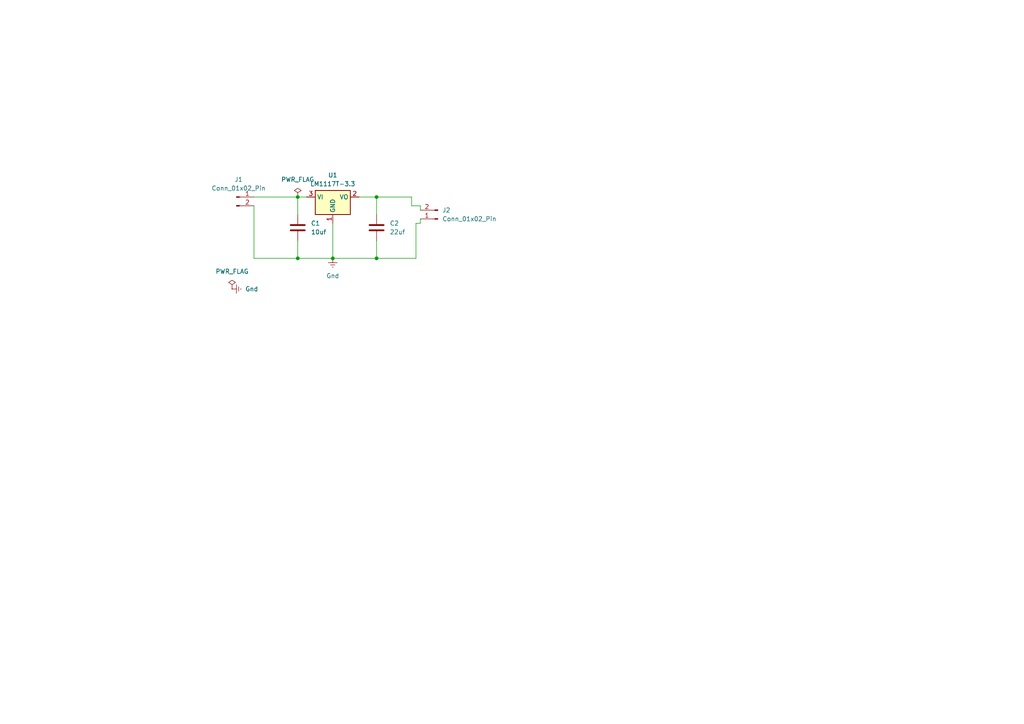
<source format=kicad_sch>
(kicad_sch (version 20231120) (generator "eeschema") (generator_version "8.0")
  (paper "A4")
  (lib_symbols
    (symbol "Connector:Conn_01x02_Pin" (pin_names (offset 1.016) hide)
      (property "Reference" "J" (at 0 2.54 0))
      (property "Value" "Conn_01x02_Pin" (at 0 -5.08 0))
      (symbol "Conn_01x02_Pin_1_1"
        (polyline (pts (xy 1.27 -2.54) (xy 0.8636 -2.54)) (stroke (width 0.1524)))
        (polyline (pts (xy 1.27 0) (xy 0.8636 0)) (stroke (width 0.1524)))
        (rectangle (start 0.8636 -2.413) (end 0 -2.667) (stroke (width 0.1524)) (fill (type outline)))
        (rectangle (start 0.8636 0.127) (end 0 -0.127) (stroke (width 0.1524)) (fill (type outline)))
        (pin passive line (at 5.08 0 180) (length 3.81) (name "Pin_1") (number "1"))
        (pin passive line (at 5.08 -2.54 180) (length 3.81) (name "Pin_2") (number "2"))
      )
    )
    (symbol "Device:C" (pin_numbers hide) (pin_names (offset 0.254))
      (property "Reference" "C" (at 0.635 2.54 0))
      (property "Value" "C" (at 0.635 -2.54 0))
      (symbol "C_0_1"
        (polyline (pts (xy -2.032 -0.762) (xy 2.032 -0.762)) (stroke (width 0.508)))
        (polyline (pts (xy -2.032 0.762) (xy 2.032 0.762)) (stroke (width 0.508)))
      )
      (symbol "C_1_1"
        (pin passive line (at 0 3.81 270) (length 2.794) (name "~") (number "1"))
        (pin passive line (at 0 -3.81 90) (length 2.794) (name "~") (number "2"))
      )
    )
    (symbol "Regulator_Linear:LM1117T-3.3"
      (property "Reference" "U" (at -3.81 3.175 0))
      (property "Value" "LM1117T-3.3" (at 0 3.175 0))
      (symbol "LM1117T-3.3_0_1"
        (rectangle (start -5.08 -5.08) (end 5.08 1.905) (stroke (width 0.254)) (fill (type background)))
      )
      (symbol "LM1117T-3.3_1_1"
        (pin power_in line (at 0 -7.62 90) (length 2.54) (name "GND") (number "1"))
        (pin power_out line (at 7.62 0 180) (length 2.54) (name "VO") (number "2"))
        (pin power_in line (at -7.62 0 0) (length 2.54) (name "VI") (number "3"))
      )
    )
    (symbol "power:Earth" (power) (pin_numbers hide) (pin_names (offset 0) hide)
      (property "Value" "Earth" (at 0 -3.81 0))
      (symbol "Earth_0_1"
        (polyline (pts (xy -0.635 -1.905) (xy 0.635 -1.905)))
        (polyline (pts (xy -0.127 -2.54) (xy 0.127 -2.54)))
        (polyline (pts (xy 0 -1.27) (xy 0 0)))
        (polyline (pts (xy 1.27 -1.27) (xy -1.27 -1.27)))
      )
      (symbol "Earth_1_1"
        (pin power_in line (at 0 0 270) (length 0) (name "~") (number "1"))
      )
    )
    (symbol "power:PWR_FLAG" (power) (pin_numbers hide) (pin_names (offset 0) hide)
      (property "Value" "PWR_FLAG" (at 0 3.81 0))
      (symbol "PWR_FLAG_0_0"
        (pin power_out line (at 0 0 90) (length 0) (name "~") (number "1"))
      )
      (symbol "PWR_FLAG_0_1"
        (polyline (pts (xy 0 0) (xy 0 1.27) (xy -1.016 1.905) (xy 0 2.54) (xy 1.016 1.905) (xy 0 1.27)))
      )
    )
  )
  (junction (at 86.36 57.15))
  (junction (at 96.52 74.93))
  (junction (at 109.22 57.15))
  (junction (at 109.22 74.93))
  (junction (at 86.36 74.93))
  (wire (pts (xy 121.92 64.77) (xy 121.92 63.5)))
  (wire (pts (xy 119.38 57.15) (xy 119.38 59.69)))
  (wire (pts (xy 86.36 74.93) (xy 73.66 74.93)))
  (wire (pts (xy 120.65 74.93) (xy 120.65 64.77)))
  (wire (pts (xy 73.66 59.69) (xy 73.66 74.93)))
  (wire (pts (xy 86.36 74.93) (xy 96.52 74.93)))
  (wire (pts (xy 104.14 57.15) (xy 109.22 57.15)))
  (wire (pts (xy 119.38 59.69) (xy 121.92 59.69)))
  (wire (pts (xy 109.22 57.15) (xy 109.22 62.23)))
  (wire (pts (xy 120.65 64.77) (xy 121.92 64.77)))
  (wire (pts (xy 86.36 62.23) (xy 86.36 57.15)))
  (wire (pts (xy 109.22 74.93) (xy 120.65 74.93)))
  (wire (pts (xy 86.36 69.85) (xy 86.36 74.93)))
  (wire (pts (xy 109.22 69.85) (xy 109.22 74.93)))
  (wire (pts (xy 109.22 57.15) (xy 119.38 57.15)))
  (wire (pts (xy 96.52 64.77) (xy 96.52 74.93)))
  (wire (pts (xy 73.66 57.15) (xy 86.36 57.15)))
  (wire (pts (xy 96.52 74.93) (xy 109.22 74.93)))
  (wire (pts (xy 121.92 59.69) (xy 121.92 60.96)))
  (wire (pts (xy 86.36 57.15) (xy 88.9 57.15)))
  (symbol (lib_id "Device:C") (at 109.22 66.04 0) (unit 1)
    (property "Reference" "C2" (at 113.03 64.7699 0) (effects (justify left)))
    (property "Value" "22uf" (at 113.03 67.3099 0) (effects (justify left)))
    (property "Footprint" "Capacitor_SMD:C_1206_3216Metric" (effects (hide yes)))
    (property "Description" "Unpolarized capacitor" (effects (hide yes)))
  )
  (symbol (lib_id "Connector:Conn_01x02_Pin") (at 127 63.5 180) (unit 1)
    (property "Reference" "J2" (at 128.27 60.9599 0) (effects (justify right)))
    (property "Value" "Conn_01x02_Pin" (at 128.27 63.4999 0) (effects (justify right)))
    (property "Footprint" "Connector_PinHeader_1.27mm:PinHeader_1x02_P1.00mm_Horizontal" (effects (hide yes)))
    (property "Description" "Generic connector, single row, 01x02, script generated" (effects (hide yes)))
  )
  (symbol (lib_id "power:PWR_FLAG") (at 67.31 83.82 0) (unit 1)
    (property "Reference" "#FLG01" (effects (hide yes)))
    (property "Value" "PWR_FLAG" (at 67.31 78.74 0))
    (property "Description" "Special symbol for telling ERC where power comes from" (effects (hide yes)))
  )
  (symbol (lib_id "Connector:Conn_01x02_Pin") (at 68.58 57.15 0) (unit 1)
    (property "Reference" "J1" (at 69.215 52.07 0))
    (property "Value" "Conn_01x02_Pin" (at 69.215 54.61 0))
    (property "Footprint" "Connector_PinHeader_2.54mm:PinHeader_1x02_P2.54mm_Horizontal" (effects (hide yes)))
    (property "Description" "Generic connector, single row, 01x02, script generated" (effects (hide yes)))
  )
  (symbol (lib_id "power:Earth") (at 67.31 83.82 90) (unit 1)
    (property "Reference" "#PWR02" (effects (hide yes)))
    (property "Value" "Gnd" (at 71.12 83.8199 90) (effects (justify right)))
    (property "Description" "Power symbol creates a global label with name \"Earth\"" (effects (hide yes)))
  )
  (symbol (lib_id "Device:C") (at 86.36 66.04 0) (unit 1)
    (property "Reference" "C1" (at 90.17 64.7699 0) (effects (justify left)))
    (property "Value" "10uf" (at 90.17 67.3099 0) (effects (justify left)))
    (property "Footprint" "Capacitor_SMD:C_0805_2012Metric_Pad1.18x1.45mm_HandSolder" (effects (hide yes)))
    (property "Description" "Unpolarized capacitor" (effects (hide yes)))
  )
  (symbol (lib_id "power:Earth") (at 96.52 74.93 0) (unit 1)
    (property "Reference" "#PWR01" (effects (hide yes)))
    (property "Value" "Gnd" (at 96.52 80.01 0))
    (property "Description" "Power symbol creates a global label with name \"Earth\"" (effects (hide yes)))
  )
  (symbol (lib_id "Regulator_Linear:LM1117T-3.3") (at 96.52 57.15 0) (unit 1)
    (property "Reference" "U1" (at 96.52 50.8 0))
    (property "Value" "LM1117T-3.3" (at 96.52 53.34 0))
    (property "Footprint" "Package_TO_SOT_THT:TO-220-3_Horizontal_TabDown" (effects (hide yes)))
    (property "Datasheet" "http://www.ti.com/lit/ds/symlink/lm1117.pdf" (effects (hide yes)))
    (property "Description" "800mA Low-Dropout Linear Regulator, 3.3V fixed output, TO-220" (effects (hide yes)))
  )
  (symbol (lib_id "power:PWR_FLAG") (at 86.36 57.15 0) (unit 1)
    (property "Reference" "#FLG02" (effects (hide yes)))
    (property "Value" "PWR_FLAG" (at 86.36 52.07 0))
    (property "Description" "Special symbol for telling ERC where power comes from" (effects (hide yes)))
  )
)
</source>
